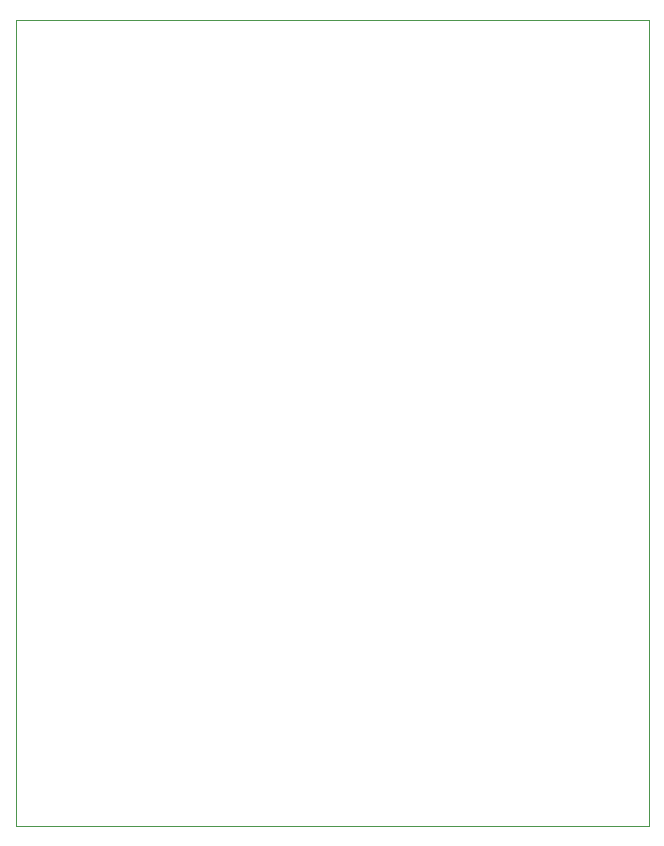
<source format=gko>
G75*
%MOIN*%
%OFA0B0*%
%FSLAX24Y24*%
%IPPOS*%
%LPD*%
%AMOC8*
5,1,8,0,0,1.08239X$1,22.5*
%
%ADD10C,0.0000*%
D10*
X000150Y002700D02*
X000150Y029570D01*
X021242Y029570D01*
X021242Y002700D01*
X000150Y002700D01*
M02*

</source>
